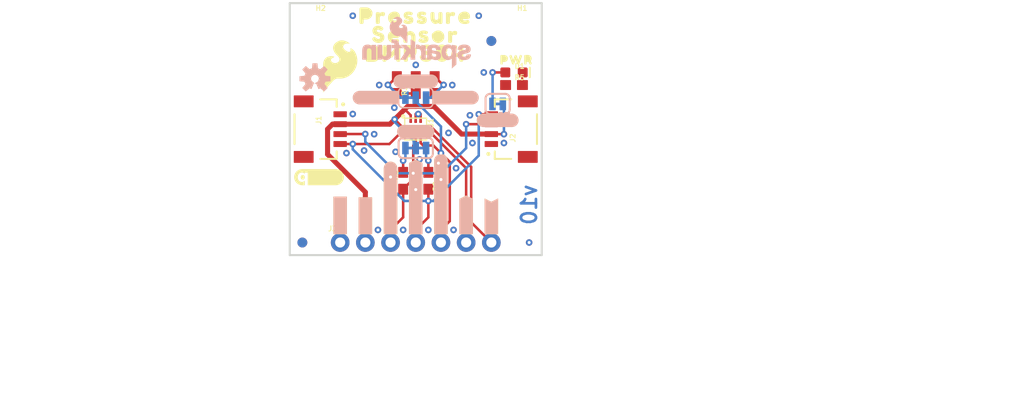
<source format=kicad_pcb>
(kicad_pcb (version 20211014) (generator pcbnew)
  (layers (0 "F.Cu" signal) (31 "B.Cu" signal) (34 "B.Paste" user) (35 "F.Paste" user) (36 "B.SilkS" user "B.Silkscreen") (37 "F.SilkS" user "F.Silkscreen") (38 "B.Mask" user) (39 "F.Mask" user) (44 "Edge.Cuts" user))
  (net 0 "")
  (net 1 "VDD")
  (net 2 "GND")
  (net 3 "SDI/SDA")
  (net 4 "SCK/SCL")
  (net 5 "SDO/ADR")
  (net 6 "INT")
  (net 7 "~{CSB}")
  (net 8 "N$1")
  (net 9 "N$2")
  (net 10 "N$3")
  (net 11 "N$4")
  (net 12 "N$5")
  (net 13 "N$6")
  (footprint "boardEagle:LED-0603" (layer "F.Cu") (at 158.4071 99.2886)
    (fp_text reference "D1" (at 0 -0.635) (layer "F.SilkS") (effects (font (size 0.512064 0.512064) (thickness 0.097536)) (justify left)))
    (fp_text value "RED")
    (pad "A" smd roundrect (at -0.877 0 270) (size 1 1) (layers "F.Cu" "F.Paste" "F.Mask") (roundrect_rratio 0.15) (net 12 "N$5"))
    (pad "C" smd roundrect (at 0.877 0 270) (size 1 1) (layers "F.Cu" "F.Paste" "F.Mask") (roundrect_rratio 0.15) (net 13 "N$6"))
  )
  (footprint "boardEagle:0603" (layer "F.Cu") (at 150.4061 100.5586 90)
    (fp_text reference "R4" (at 0 -0.762 90) (layer "F.SilkS") (effects (font (size 0.512064 0.512064) (thickness 0.097536)) (justify left)))
    (fp_text value "10k")
    (pad "1" smd roundrect (at -0.85 0 90) (size 1.1 1) (layers "F.Cu" "F.Paste" "F.Mask") (roundrect_rratio 0.0508) (net 2 "GND"))
    (pad "2" smd roundrect (at 0.85 0 90) (size 1.1 1) (layers "F.Cu" "F.Paste" "F.Mask") (roundrect_rratio 0.0508) (net 9 "N$2"))
  )
  (footprint "boardEagle:FIDUCIAL-1X2" (layer "F.Cu") (at 156.1211 96.1136)
    (fp_text reference "FD3" hide)
    (fp_text value "FIDUCIAL1X2" hide)
    (pad "1" smd roundrect (at 0 0) (size 1 1) (layers "F.Cu" "F.Mask") (roundrect_rratio 0.5))
  )
  (footprint "boardEagle:FIDUCIAL-1X2" (layer "F.Cu") (at 137.0711 116.4336)
    (fp_text reference "FD1" hide)
    (fp_text value "FIDUCIAL1X2" hide)
    (pad "1" smd roundrect (at 0 0) (size 1 1) (layers "F.Cu" "F.Mask") (roundrect_rratio 0.5))
  )
  (footprint "boardEagle:0603" (layer "F.Cu") (at 149.7711 110.2106 -90)
    (fp_text reference "R2" (at 0 -0.762 90) (layer "F.SilkS") (effects (font (size 0.512064 0.512064) (thickness 0.097536)) (justify right)))
    (fp_text value "2.2k")
    (pad "1" smd roundrect (at -0.85 0 270) (size 1.1 1) (layers "F.Cu" "F.Paste" "F.Mask") (roundrect_rratio 0.0508) (net 10 "N$3"))
    (pad "2" smd roundrect (at 0.85 0 270) (size 1.1 1) (layers "F.Cu" "F.Paste" "F.Mask") (roundrect_rratio 0.0508) (net 4 "SCK/SCL"))
  )
  (footprint "boardEagle:PWR0" (layer "F.Cu") (at 158.6611 98.0186)
    (fp_text reference "U$15" hide)
    (fp_text value "" hide)
  )
  (footprint "boardEagle:0603" (layer "F.Cu") (at 148.5011 100.5586 90)
    (fp_text reference "C1" (at 0 -0.762 90) (layer "F.SilkS") (effects (font (size 0.512064 0.512064) (thickness 0.097536)) (justify left)))
    (fp_text value "0.1uF")
    (pad "1" smd roundrect (at -0.85 0 90) (size 1.1 1) (layers "F.Cu" "F.Paste" "F.Mask") (roundrect_rratio 0.0508) (net 1 "VDD"))
    (pad "2" smd roundrect (at 0.85 0 90) (size 1.1 1) (layers "F.Cu" "F.Paste" "F.Mask") (roundrect_rratio 0.0508) (net 2 "GND"))
  )
  (footprint "boardEagle:PRESSURE0" (layer "F.Cu") (at 148.5011 93.5736)
    (fp_text reference "U$21" hide)
    (fp_text value "" hide)
  )
  (footprint "boardEagle:JST04_1MM_RA" (layer "F.Cu") (at 140.8811 105.0036 -90)
    (fp_text reference "J1" (at -1.397 2.159 90) (layer "F.SilkS") (effects (font (size 0.512064 0.512064) (thickness 0.097536)) (justify right)))
    (fp_text value "QWIIC_RIGHT_ANGLE")
    (pad "1" smd roundrect (at -1.5 0 270) (size 0.6 1.35) (layers "F.Cu" "F.Paste" "F.Mask") (roundrect_rratio 0.08466666667) (net 2 "GND"))
    (pad "2" smd roundrect (at -0.5 0 270) (size 0.6 1.35) (layers "F.Cu" "F.Paste" "F.Mask") (roundrect_rratio 0.08466666667) (net 1 "VDD"))
    (pad "3" smd roundrect (at 0.5 0 270) (size 0.6 1.35) (layers "F.Cu" "F.Paste" "F.Mask") (roundrect_rratio 0.08466666667) (net 3 "SDI/SDA"))
    (pad "4" smd roundrect (at 1.5 0 270) (size 0.6 1.35) (layers "F.Cu" "F.Paste" "F.Mask") (roundrect_rratio 0.08466666667) (net 4 "SCK/SCL"))
    (pad "NC1" smd roundrect (at 2.8 3.675 270) (size 1.2 2) (layers "F.Cu" "F.Paste" "F.Mask") (roundrect_rratio 0.04233333333))
    (pad "NC2" smd roundrect (at -2.8 3.675 270) (size 1.2 2) (layers "F.Cu" "F.Paste" "F.Mask") (roundrect_rratio 0.04233333333))
  )
  (footprint "boardEagle:JST04_1MM_RA" (layer "F.Cu") (at 156.1211 105.0036 90)
    (fp_text reference "J2" (at -1.397 2.159 90) (layer "F.SilkS") (effects (font (size 0.512064 0.512064) (thickness 0.097536)) (justify left)))
    (fp_text value "QWIIC_RIGHT_ANGLE")
    (pad "1" smd roundrect (at -1.5 0 90) (size 0.6 1.35) (layers "F.Cu" "F.Paste" "F.Mask") (roundrect_rratio 0.08466666667) (net 2 "GND"))
    (pad "2" smd roundrect (at -0.5 0 90) (size 0.6 1.35) (layers "F.Cu" "F.Paste" "F.Mask") (roundrect_rratio 0.08466666667) (net 1 "VDD"))
    (pad "3" smd roundrect (at 0.5 0 90) (size 0.6 1.35) (layers "F.Cu" "F.Paste" "F.Mask") (roundrect_rratio 0.08466666667) (net 3 "SDI/SDA"))
    (pad "4" smd roundrect (at 1.5 0 90) (size 0.6 1.35) (layers "F.Cu" "F.Paste" "F.Mask") (roundrect_rratio 0.08466666667) (net 4 "SCK/SCL"))
    (pad "NC1" smd roundrect (at 2.8 3.675 90) (size 1.2 2) (layers "F.Cu" "F.Paste" "F.Mask") (roundrect_rratio 0.04233333333))
    (pad "NC2" smd roundrect (at -2.8 3.675 90) (size 1.2 2) (layers "F.Cu" "F.Paste" "F.Mask") (roundrect_rratio 0.04233333333))
  )
  (footprint "boardEagle:STAND-OFF" (layer "F.Cu") (at 158.6611 94.8436)
    (fp_text reference "H1" (at 0 -2.032) (layer "F.SilkS") (effects (font (size 0.512064 0.512064) (thickness 0.097536)) (justify left)))
    (fp_text value "STAND-OFF")
    (pad "" np_thru_hole circle (at 0 0) (size 3.302 3.302) (drill 3.302) (layers *.Cu *.Mask))
  )
  (footprint "boardEagle:#SCK#SCL#0" (layer "F.Cu") (at 148.5011 115.9256 90)
    (fp_text reference "U$7" hide)
    (fp_text value "" hide)
  )
  (footprint "boardEagle:0603" (layer "F.Cu") (at 158.4071 100.5586)
    (fp_text reference "R5" (at 0 -0.762) (layer "F.SilkS") (effects (font (size 0.512064 0.512064) (thickness 0.097536)) (justify left)))
    (fp_text value "1k")
    (pad "1" smd roundrect (at -0.85 0) (size 1.1 1) (layers "F.Cu" "F.Paste" "F.Mask") (roundrect_rratio 0.0508) (net 2 "GND"))
    (pad "2" smd roundrect (at 0.85 0) (size 1.1 1) (layers "F.Cu" "F.Paste" "F.Mask") (roundrect_rratio 0.0508) (net 13 "N$6"))
  )
  (footprint "boardEagle:#SDI#SDA#0" (layer "F.Cu") (at 145.9611 115.9256 90)
    (fp_text reference "U$5" hide)
    (fp_text value "" hide)
  )
  (footprint "boardEagle:0603" (layer "F.Cu") (at 146.5961 100.5586 -90)
    (fp_text reference "R3" (at 0 -0.762 90) (layer "F.SilkS") (effects (font (size 0.512064 0.512064) (thickness 0.097536)) (justify right)))
    (fp_text value "10k")
    (pad "1" smd roundrect (at -0.85 0 270) (size 1.1 1) (layers "F.Cu" "F.Paste" "F.Mask") (roundrect_rratio 0.0508) (net 8 "N$1"))
    (pad "2" smd roundrect (at 0.85 0 270) (size 1.1 1) (layers "F.Cu" "F.Paste" "F.Mask") (roundrect_rratio 0.0508) (net 1 "VDD"))
  )
  (footprint "boardEagle:STAND-OFF" (layer "F.Cu") (at 138.3411 94.8436)
    (fp_text reference "H2" (at 0 -2.032) (layer "F.SilkS") (effects (font (size 0.512064 0.512064) (thickness 0.097536)) (justify left)))
    (fp_text value "STAND-OFF")
    (pad "" np_thru_hole circle (at 0 0) (size 3.302 3.302) (drill 3.302) (layers *.Cu *.Mask))
  )
  (footprint "boardEagle:#3V3#0" (layer "F.Cu") (at 143.4211 115.9256 90)
    (fp_text reference "U$20" hide)
    (fp_text value "" hide)
  )
  (footprint "boardEagle:0603" (layer "F.Cu") (at 147.2311 110.2106 90)
    (fp_text reference "R1" (at 0 -0.762 90) (layer "F.SilkS") (effects (font (size 0.512064 0.512064) (thickness 0.097536)) (justify left)))
    (fp_text value "2.2k")
    (pad "1" smd roundrect (at -0.85 0 90) (size 1.1 1) (layers "F.Cu" "F.Paste" "F.Mask") (roundrect_rratio 0.0508) (net 3 "SDI/SDA"))
    (pad "2" smd roundrect (at 0.85 0 90) (size 1.1 1) (layers "F.Cu" "F.Paste" "F.Mask") (roundrect_rratio 0.0508) (net 11 "N$4"))
  )
  (footprint "boardEagle:BMP3840" (layer "F.Cu") (at 148.5011 97.3836)
    (fp_text reference "U$27" hide)
    (fp_text value "" hide)
  )
  (footprint "boardEagle:#INT#0" (layer "F.Cu") (at 156.1211 115.9256 90)
    (fp_text reference "U$13" hide)
    (fp_text value "" hide)
  )
  (footprint "boardEagle:QWIIC_5MM" (layer "F.Cu") (at 138.7221 109.8296)
    (fp_text reference "LOGO3" hide)
    (fp_text value "QWIIC_LOGO_5MM" hide)
  )
  (footprint "boardEagle:CREATIVE_COMMONS" (layer "F.Cu") (at 126.9111 131.6736)
    (fp_text reference "FRAME1" hide)
    (fp_text value "FRAME-LETTER" hide)
  )
  (footprint "boardEagle:#GND#0" (layer "F.Cu") (at 140.8811 115.9256 90)
    (fp_text reference "U$1" hide)
    (fp_text value "" hide)
  )
  (footprint "boardEagle:##CSB##0" (layer "F.Cu") (at 153.5811 115.9256 90)
    (fp_text reference "U$25" hide)
    (fp_text value "" hide)
  )
  (footprint "boardEagle:SENSOR0" (layer "F.Cu") (at 148.5011 95.4786)
    (fp_text reference "U$26" hide)
    (fp_text value "" hide)
  )
  (footprint "boardEagle:LGA-10" (layer "F.Cu") (at 148.4921 104.9991 90)
    (fp_text reference "U1" (at 0 1.524 90) (layer "F.SilkS") (effects (font (size 0.512064 0.512064) (thickness 0.097536)) (justify left)))
    (fp_text value "BMP384")
    (pad "1" smd roundrect (at 0.25 -0.7575 180) (size 0.27 0.285) (layers "F.Cu" "F.Paste" "F.Mask") (roundrect_rratio 0.1881481481) (net 1 "VDD"))
    (pad "2" smd roundrect (at -0.25 -0.7575 180) (size 0.27 0.285) (layers "F.Cu" "F.Paste" "F.Mask") (roundrect_rratio 0.1881481481) (net 4 "SCK/SCL"))
    (pad "3" smd roundrect (at -0.7575 -0.5 90) (size 0.285 0.27) (layers "F.Cu" "F.Paste" "F.Mask") (roundrect_rratio 0.1881481481) (net 2 "GND"))
    (pad "4" smd roundrect (at -0.7575 0 90) (size 0.285 0.27) (layers "F.Cu" "F.Paste" "F.Mask") (roundrect_rratio 0.1881481481) (net 3 "SDI/SDA"))
    (pad "5" smd roundrect (at -0.7575 0.5 90) (size 0.285 0.27) (layers "F.Cu" "F.Paste" "F.Mask") (roundrect_rratio 0.1881481481) (net 5 "SDO/ADR"))
    (pad "6" smd roundrect (at -0.25 0.7575 180) (size 0.27 0.285) (layers "F.Cu" "F.Paste" "F.Mask") (roundrect_rratio 0.1881481481) (net 7 "~{CSB}"))
    (pad "7" smd roundrect (at 0.25 0.7575 180) (size 0.27 0.285) (layers "F.Cu" "F.Paste" "F.Mask") (roundrect_rratio 0.1881481481) (net 6 "INT"))
    (pad "8" smd roundrect (at 0.7575 0.5 90) (size 0.285 0.27) (layers "F.Cu" "F.Paste" "F.Mask") (roundrect_rratio 0.1881481481) (net 2 "GND"))
    (pad "9" smd roundrect (at 0.7575 0 90) (size 0.285 0.27) (layers "F.Cu" "F.Paste" "F.Mask") (roundrect_rratio 0.1881481481) (net 2 "GND"))
    (pad "10" smd roundrect (at 0.7575 -0.5 90) (size 0.285 0.27) (layers "F.Cu" "F.Paste" "F.Mask") (roundrect_rratio 0.1881481481) (net 1 "VDD"))
  )
  (footprint "boardEagle:1X07_NO_SILK" (layer "F.Cu") (at 140.8811 116.4336)
    (fp_text reference "J3" (at -1.27 -1.397) (layer "F.SilkS") (effects (font (size 0.512064 0.512064) (thickness 0.097536)) (justify left)))
    (fp_text value "")
    (pad "1" thru_hole circle (at 0 0 90) (size 1.8796 1.8796) (drill 1.016) (layers *.Cu *.Mask) (net 2 "GND"))
    (pad "2" thru_hole circle (at 2.54 0 90) (size 1.8796 1.8796) (drill 1.016) (layers *.Cu *.Mask) (net 1 "VDD"))
    (pad "3" thru_hole circle (at 5.08 0 90) (size 1.8796 1.8796) (drill 1.016) (layers *.Cu *.Mask) (net 3 "SDI/SDA"))
    (pad "4" thru_hole circle (at 7.62 0 90) (size 1.8796 1.8796) (drill 1.016) (layers *.Cu *.Mask) (net 4 "SCK/SCL"))
    (pad "5" thru_hole circle (at 10.16 0 90) (size 1.8796 1.8796) (drill 1.016) (layers *.Cu *.Mask) (net 5 "SDO/ADR"))
    (pad "6" thru_hole circle (at 12.7 0 90) (size 1.8796 1.8796) (drill 1.016) (layers *.Cu *.Mask) (net 7 "~{CSB}"))
    (pad "7" thru_hole circle (at 15.24 0 90) (size 1.8796 1.8796) (drill 1.016) (layers *.Cu *.Mask) (net 6 "INT"))
  )
  (footprint "boardEagle:#SDO#ADR#0" (layer "F.Cu") (at 151.0411 115.9256 90)
    (fp_text reference "U$9" hide)
    (fp_text value "" hide)
  )
  (footprint "boardEagle:SFE_LOGO_FLAME_.2" (layer "F.Cu") (at 140.8811 98.6536)
    (fp_text reference "LOGO2" hide)
    (fp_text value "SFE_LOGO_FLAME.2_INCH" hide)
  )
  (footprint "boardEagle:#ADR#0" (layer "B.Cu") (at 148.5011 100.1776 180)
    (fp_text reference "U$17" hide)
    (fp_text value "" hide)
  )
  (footprint "boardEagle:SFE_LOGO_NAME_FLAME_.1" (layer "B.Cu") (at 148.5011 97.3836 180)
    (fp_text reference "LOGO4" hide)
    (fp_text value "SFE_LOGO_NAME_FLAME.1_INCH" hide)
  )
  (footprint "boardEagle:#SDO#ADR#0" (layer "B.Cu") (at 151.0411 115.9256 90)
    (fp_text reference "U$10" hide)
    (fp_text value "" hide)
  )
  (footprint "boardEagle:#GND#0" (layer "B.Cu") (at 140.8811 115.9256 90)
    (fp_text reference "U$2" hide)
    (fp_text value "" hide)
  )
  (footprint "boardEagle:#3V3#0" (layer "B.Cu") (at 143.4211 115.9256 90)
    (fp_text reference "U$3" hide)
    (fp_text value "" hide)
  )
  (footprint "boardEagle:FIDUCIAL-1X2" (layer "B.Cu") (at 137.0711 116.4336 180)
    (fp_text reference "FD2" hide)
    (fp_text value "FIDUCIAL1X2" hide)
    (pad "1" smd roundrect (at 0 0 180) (size 1 1) (layers "B.Cu" "B.Mask") (roundrect_rratio 0.5))
  )
  (footprint "boardEagle:SMT-JUMPER_3_2-NC_TRACE_SILK" (layer "B.Cu") (at 148.5011 106.9086 180)
    (fp_text reference "JP2" (at 0 1.143) (layer "B.SilkS") (effects (font (size 0.512064 0.512064) (thickness 0.097536)) (justify left mirror)))
    (fp_text value "I2C")
    (fp_poly (pts (xy -0.50165 -0.13335) (xy -1.23825 -0.13335) (xy -1.23825 0.13335) (xy -0.50165 0.13335)) (layer "B.Cu") (width 0) (fill solid))
    (fp_poly (pts (xy 1.23825 -0.13335) (xy 0.50165 -0.13335) (xy 0.50165 0.13335) (xy 1.23825 0.13335)) (layer "B.Cu") (width 0) (fill solid))
    (fp_poly (pts (xy 0.53975 -0.13335) (xy -0.53975 -0.13335) (xy -0.53975 0.13335) (xy 0.53975 0.13335)) (layer "B.Cu") (width 0) (fill solid))
    (pad "1" smd roundrect (at -1.0414 0 180) (size 0.6604 1.27) (layers "B.Cu" "B.Mask") (roundrect_rratio 0.07692307692) (net 10 "N$3"))
    (pad "2" smd roundrect (at 0 0 180) (size 0.6604 1.27) (layers "B.Cu" "B.Mask") (roundrect_rratio 0.07692307692) (net 1 "VDD"))
    (pad "3" smd roundrect (at 1.0414 0 180) (size 0.6604 1.27) (layers "B.Cu" "B.Mask") (roundrect_rratio 0.07692307692) (net 11 "N$4"))
  )
  (footprint "boardEagle:#I2C#0" (layer "B.Cu") (at 148.5011 105.2576 180)
    (fp_text reference "U$4" hide)
    (fp_text value "" hide)
  )
  (footprint "boardEagle:#LED#0" (layer "B.Cu") (at 156.7561 104.1146 180)
    (fp_text reference "U$19" hide)
    (fp_text value "" hide)
  )
  (footprint "boardEagle:#SCK#SCL#0" (layer "B.Cu") (at 148.5011 115.9256 90)
    (fp_text reference "U$8" hide)
    (fp_text value "" hide)
  )
  (footprint "boardEagle:#0X76#0" (layer "B.Cu") (at 154.8511 101.8286 180)
    (fp_text reference "U$11" hide)
    (fp_text value "" hide)
  )
  (footprint "boardEagle:SMT-JUMPER_3_1-NC_TRACE_SILK" (layer "B.Cu") (at 148.5011 101.8286 180)
    (fp_text reference "JP1" (at 0 1.143) (layer "B.SilkS") (effects (font (size 0.512064 0.512064) (thickness 0.097536)) (justify left mirror)))
    (fp_text value "ADR")
    (fp_poly (pts (xy 1.23825 -0.13335) (xy 0.50165 -0.13335) (xy 0.50165 0.13335) (xy 1.23825 0.13335)) (layer "B.Cu") (width 0) (fill solid))
    (fp_poly (pts (xy 0.53975 -0.13335) (xy -0.19685 -0.13335) (xy -0.19685 0.13335) (xy 0.53975 0.13335)) (layer "B.Cu") (width 0) (fill solid))
    (pad "1" smd roundrect (at -1.0414 0 180) (size 0.6604 1.27) (layers "B.Cu" "B.Mask") (roundrect_rratio 0.07692307692) (net 9 "N$2"))
    (pad "2" smd roundrect (at 0 0 180) (size 0.6604 1.27) (layers "B.Cu" "B.Mask") (roundrect_rratio 0.07692307692) (net 5 "SDO/ADR"))
    (pad "3" smd roundrect (at 1.0414 0 180) (size 0.6604 1.27) (layers "B.Cu" "B.Mask") (roundrect_rratio 0.07692307692) (net 8 "N$1"))
  )
  (footprint "boardEagle:##CSB##0" (layer "B.Cu") (at 153.5811 115.9256 90)
    (fp_text reference "U$28" hide)
    (fp_text value "" hide)
  )
  (footprint "boardEagle:#0X77#0" (layer "B.Cu") (at 142.1511 101.8286 180)
    (fp_text reference "U$12" hide)
    (fp_text value "" hide)
  )
  (footprint "boardEagle:OSHW-LOGO-S" (layer "B.Cu") (at 138.3411 99.9236 180)
    (fp_text reference "LOGO1" hide)
    (fp_text value "OSHW-LOGOS" hide)
  )
  (footprint "boardEagle:FIDUCIAL-1X2" (layer "B.Cu") (at 156.1211 96.1136 180)
    (fp_text reference "FD4" hide)
    (fp_text value "FIDUCIAL1X2" hide)
    (pad "1" smd roundrect (at 0 0 180) (size 1 1) (layers "B.Cu" "B.Mask") (roundrect_rratio 0.5))
  )
  (footprint "boardEagle:#INT#0" (layer "B.Cu") (at 156.1211 115.9256 90)
    (fp_text reference "U$14" hide)
    (fp_text value "" hide)
  )
  (footprint "boardEagle:SMT-JUMPER_2_NC_TRACE_SILK" (layer "B.Cu") (at 156.7561 102.4636)
    (fp_text reference "JP3" (at 0 1.143) (layer "B.SilkS") (effects (font (size 0.512064 0.512064) (thickness 0.097536)) (justify right mirror)))
    (fp_text value "LED")
    (fp_poly (pts (xy 0.70485 -0.13335) (xy -0.03175 -0.13335) (xy -0.03175 0.13335) (xy 0.70485 0.13335)) (layer "B.Cu") (width 0) (fill solid))
    (fp_poly (pts (xy 0.03175 -0.13335) (xy -0.70485 -0.13335) (xy -0.70485 0.13335) (xy 0.03175 0.13335)) (layer "B.Cu") (width 0) (fill solid))
    (pad "1" smd roundrect (at -0.5207 0) (size 0.6604 1.27) (layers "B.Cu" "B.Mask") (roundrect_rratio 0.07692307692) (net 12 "N$5"))
    (pad "2" smd roundrect (at 0.5207 0) (size 0.6604 1.27) (layers "B.Cu" "B.Mask") (roundrect_rratio 0.07692307692) (net 1 "VDD"))
  )
  (footprint "boardEagle:#SDI#SDA#0" (layer "B.Cu") (at 145.9611 115.9256 90)
    (fp_text reference "U$6" hide)
    (fp_text value "" hide)
  )
  (gr_line (start 161.2011 92.3036) (end 135.8011 92.3036) (layer "Edge.Cuts") (width 0.2032))
  (gr_line (start 135.8011 117.7036) (end 161.2011 117.7036) (layer "Edge.Cuts") (width 0.2032))
  (gr_line (start 135.8011 92.3036) (end 135.8011 117.7036) (layer "Edge.Cuts") (width 0.2032))
  (gr_line (start 161.2011 117.7036) (end 161.2011 92.3036) (layer "Edge.Cuts") (width 0.2032))
  (gr_text "v10" (at 159.9311 112.6236 -270) (layer "B.Cu") (effects (font (size 1.5113 1.5113) (thickness 0.2667)) (justify mirror)))
  (segment (start 147.9921 104.2416) (end 147.9921 103.6056) (width 0.254) (layer "F.Cu") (net 1))
  (segment (start 157.3911 105.5116) (end 156.1291 105.5116) (width 0.254) (layer "F.Cu") (net 1))
  (segment (start 148.5011 101.4086) (end 146.5961 101.4086) (width 0.254) (layer "F.Cu") (net 1))
  (segment (start 148.5011 101.4086) (end 148.5011 102.7176) (width 0.254) (layer "F.Cu") (net 1))
  (segment (start 143.4211 116.4336) (end 143.4211 111.3536) (width 0.508) (layer "F.Cu") (net 1))
  (segment (start 156.1291 105.5116) (end 156.1211 105.5036) (width 0.254) (layer "F.Cu") (net 1))
  (segment (start 139.6111 107.5436) (end 139.6111 105.0036) (width 0.508) (layer "F.Cu") (net 1))
  (segment (start 147.1036 104.7491) (end 146.374784 104.020285) (width 0.254) (layer "F.Cu") (net 1))
  (segment (start 147.677468 102.7176) (end 148.5011 102.7176) (width 0.508) (layer "F.Cu") (net 1))
  (segment (start 140.8811 104.5036) (end 145.891468 104.5036) (width 0.508) (layer "F.Cu") (net 1))
  (segment (start 147.390784 103.004285) (end 147.677468 102.7176) (width 0.508) (layer "F.Cu") (net 1))
  (segment (start 147.7346 104.7491) (end 147.1036 104.7491) (width 0.254) (layer "F.Cu") (net 1))
  (segment (start 153.126734 105.5036) (end 156.1211 105.5036) (width 0.508) (layer "F.Cu") (net 1))
  (segment (start 139.6111 105.0036) (end 140.1111 104.5036) (width 0.508) (layer "F.Cu") (net 1))
  (segment (start 148.5011 102.7176) (end 150.340731 102.7176) (width 0.508) (layer "F.Cu") (net 1))
  (segment (start 146.374784 104.020285) (end 147.390784 103.004285) (width 0.508) (layer "F.Cu") (net 1))
  (segment (start 153.126734 105.5036) (end 150.340731 102.7176) (width 0.508) (layer "F.Cu") (net 1))
  (segment (start 147.9921 103.6056) (end 147.390784 103.004285) (width 0.254) (layer "F.Cu") (net 1))
  (segment (start 140.1111 104.5036) (end 140.8811 104.5036) (width 0.508) (layer "F.Cu") (net 1))
  (segment (start 143.4211 111.3536) (end 139.6111 107.5436) (width 0.508) (layer "F.Cu") (net 1))
  (segment (start 145.891468 104.5036) (end 146.374784 104.020285) (width 0.508) (layer "F.Cu") (net 1))
  (via (at 157.3911 105.5116) (size 0.6604) (drill 0.3048) (layers "F.Cu" "B.Cu") (net 1))
  (via (at 146.374784 104.020285) (size 0.6604) (drill 0.3048) (layers "F.Cu" "B.Cu") (net 1))
  (segment (start 148.5011 106.9086) (end 148.5011 106.4006) (width 0.254) (layer "B.Cu") (net 1))
  (segment (start 146.374784 104.274285) (end 146.374784 104.020285) (width 0.254) (layer "B.Cu") (net 1))
  (segment (start 157.3911 102.5779) (end 157.3911 105.5116) (width 0.254) (layer "B.Cu") (net 1))
  (segment (start 148.5011 106.4006) (end 146.374784 104.274285) (width 0.254) (layer "B.Cu") (net 1))
  (segment (start 157.2768 102.4636) (end 157.3911 102.5779) (width 0.254) (layer "B.Cu") (net 1))
  (segment (start 148.7551 103.4796) (end 148.9921 103.4796) (width 0.254) (layer "F.Cu") (net 2))
  (segment (start 148.9921 103.4796) (end 148.9921 104.2416) (width 0.254) (layer "F.Cu") (net 2))
  (segment (start 148.4921 104.2416) (end 148.4921 103.4796) (width 0.254) (layer "F.Cu") (net 2))
  (segment (start 148.4921 103.4796) (end 148.7551 103.4796) (width 0.254) (layer "F.Cu") (net 2))
  (via (at 151.8031 105.3846) (size 0.6604) (drill 0.3048) (layers "F.Cu" "B.Cu") (net 2))
  (via (at 142.1511 93.5736) (size 0.6604) (drill 0.3048) (layers "F.Cu" "B.Cu") (net 2))
  (via (at 152.1841 100.5586) (size 0.6604) (drill 0.3048) (layers "F.Cu" "B.Cu") (net 2))
  (via (at 144.3101 105.5116) (size 0.6604) (drill 0.3048) (layers "F.Cu" "B.Cu") (net 2))
  (via (at 148.8821 108.0516) (size 0.6604) (drill 0.3048) (layers "F.Cu" "B.Cu") (net 2))
  (via (at 148.7551 103.4796) (size 0.6604) (drill 0.3048) (layers "F.Cu" "B.Cu") (net 2))
  (via (at 151.0411 110.0836) (size 0.6604) (drill 0.3048) (layers "F.Cu" "B.Cu") (net 2))
  (via (at 153.9621 103.6066) (size 0.6604) (drill 0.3048) (layers "F.Cu" "B.Cu") (net 2))
  (via (at 159.9311 116.4336) (size 0.6604) (drill 0.3048) (layers "F.Cu" "B.Cu") (net 2))
  (via (at 157.3911 106.4006) (size 0.6604) (drill 0.3048) (layers "F.Cu" "B.Cu") (net 2))
  (via (at 141.5161 107.4166) (size 0.6604) (drill 0.3048) (layers "F.Cu" "B.Cu") (net 2))
  (via (at 146.4691 107.2896) (size 0.6604) (drill 0.3048) (layers "F.Cu" "B.Cu") (net 2))
  (via (at 142.1511 103.4796) (size 0.6604) (drill 0.3048) (layers "F.Cu" "B.Cu") (net 2))
  (via (at 152.3111 115.1636) (size 0.6604) (drill 0.3048) (layers "F.Cu" "B.Cu") (net 2))
  (via (at 150.7871 108.4326) (size 0.6604) (drill 0.3048) (layers "F.Cu" "B.Cu") (net 2))
  (via (at 147.2311 115.1636) (size 0.6604) (drill 0.3048) (layers "F.Cu" "B.Cu") (net 2))
  (via (at 143.2941 107.1626) (size 0.6604) (drill 0.3048) (layers "F.Cu" "B.Cu") (net 2))
  (via (at 149.7711 115.1636) (size 0.6604) (drill 0.3048) (layers "F.Cu" "B.Cu") (net 2))
  (via (at 152.5651 108.9406) (size 0.6604) (drill 0.3048) (layers "F.Cu" "B.Cu") (net 2))
  (via (at 154.2161 106.4006) (size 0.6604) (drill 0.3048) (layers "F.Cu" "B.Cu") (net 2))
  (via (at 155.3591 99.2886) (size 0.6604) (drill 0.3048) (layers "F.Cu" "B.Cu") (net 2))
  (via (at 144.6911 115.1636) (size 0.6604) (drill 0.3048) (layers "F.Cu" "B.Cu") (net 2))
  (via (at 148.5011 98.5266) (size 0.6604) (drill 0.3048) (layers "F.Cu" "B.Cu") (net 2))
  (via (at 144.8181 100.5586) (size 0.6604) (drill 0.3048) (layers "F.Cu" "B.Cu") (net 2))
  (via (at 154.8511 93.5736) (size 0.6604) (drill 0.3048) (layers "F.Cu" "B.Cu") (net 2))
  (via (at 146.3421 102.8446) (size 0.6604) (drill 0.3048) (layers "F.Cu" "B.Cu") (net 2))
  (via (at 145.9611 109.8296) (size 0.6604) (drill 0.3048) (layers "F.Cu" "B.Cu") (net 2))
  (via (at 148.5011 111.0996) (size 0.6604) (drill 0.3048) (layers "F.Cu" "B.Cu") (net 2))
  (segment (start 140.888115 105.496585) (end 140.8811 105.5036) (width 0.254) (layer "F.Cu") (net 3))
  (segment (start 147.2311 113.8936) (end 147.2311 111.0606) (width 0.254) (layer "F.Cu") (net 3))
  (segment (start 156.1211 104.5036) (end 153.5811 104.5036) (width 0.254) (layer "F.Cu") (net 3))
  (segment (start 147.2311 113.8936) (end 145.9611 115.1636) (width 0.254) (layer "F.Cu") (net 3))
  (segment (start 145.9611 116.4336) (end 145.9611 115.1636) (width 0.254) (layer "F.Cu") (net 3))
  (segment (start 147.2311 111.0606) (end 148.2471 110.0446) (width 0.254) (layer "F.Cu") (net 3))
  (segment (start 148.2471 109.4486) (end 148.2471 106.6546) (width 0.254) (layer "F.Cu") (net 3))
  (segment (start 148.4921 106.4096) (end 148.4921 105.7566) (width 0.254) (layer "F.Cu") (net 3))
  (segment (start 143.414084 105.496585) (end 140.888115 105.496585) (width 0.254) (layer "F.Cu") (net 3))
  (segment (start 148.2471 110.0446) (end 148.2471 109.4486) (width 0.254) (layer "F.Cu") (net 3))
  (segment (start 148.4921 106.4096) (end 148.2471 106.6546) (width 0.254) (layer "F.Cu") (net 3))
  (via (at 143.414084 105.496585) (size 0.6604) (drill 0.3048) (layers "F.Cu" "B.Cu") (net 3))
  (via (at 153.5811 104.5036) (size 0.6604) (drill 0.3048) (layers "F.Cu" "B.Cu") (net 3))
  (via (at 148.2471 109.4486) (size 0.6604) (drill 0.3048) (layers "F.Cu" "B.Cu") (net 3))
  (segment (start 148.2471 109.4486) (end 151.050131 109.4486) (width 0.254) (layer "B.Cu") (net 3))
  (segment (start 143.414084 106.275616) (end 143.414084 105.496585) (width 0.254) (layer "B.Cu") (net 3))
  (segment (start 148.2471 109.4486) (end 146.587068 109.4486) (width 0.254) (layer "B.Cu") (net 3))
  (segment (start 153.5811 106.917632) (end 151.050131 109.4486) (width 0.254) (layer "B.Cu") (net 3))
  (segment (start 153.5811 106.917632) (end 153.5811 104.5036) (width 0.254) (layer "B.Cu") (net 3))
  (segment (start 146.587068 109.4486) (end 143.414084 106.275616) (width 0.254) (layer "B.Cu") (net 3))
  (segment (start 142.1511 106.5036) (end 145.8451 106.5036) (width 0.254) (layer "F.Cu") (net 4))
  (segment (start 147.0996 105.2491) (end 147.7346 105.2491) (width 0.254) (layer "F.Cu") (net 4))
  (segment (start 149.7711 112.2426) (end 149.7711 111.0606) (width 0.254) (layer "F.Cu") (net 4))
  (segment (start 140.8811 106.5036) (end 142.1511 106.5036) (width 0.254) (layer "F.Cu") (net 4))
  (segment (start 156.1211 103.5036) (end 154.8511 103.5036) (width 0.254) (layer "F.Cu") (net 4))
  (segment (start 147.0996 105.2491) (end 145.8451 106.5036) (width 0.254) (layer "F.Cu") (net 4))
  (segment (start 149.7711 113.8936) (end 149.7711 112.2426) (width 0.254) (layer "F.Cu") (net 4))
  (segment (start 148.5011 116.4336) (end 148.5011 115.1636) (width 0.254) (layer "F.Cu") (net 4))
  (segment (start 149.7711 113.8936) (end 148.5011 115.1636) (width 0.254) (layer "F.Cu") (net 4))
  (via (at 149.7711 112.2426) (size 0.6604) (drill 0.3048) (layers "F.Cu" "B.Cu") (net 4))
  (via (at 154.8511 103.5036) (size 0.6604) (drill 0.3048) (layers "F.Cu" "B.Cu") (net 4))
  (via (at 142.1511 106.5036) (size 0.6604) (drill 0.3048) (layers "F.Cu" "B.Cu") (net 4))
  (segment (start 150.2791 112.2426) (end 149.7711 112.2426) (width 0.254) (layer "B.Cu") (net 4))
  (segment (start 142.1511 107.0356) (end 142.1511 106.5036) (width 0.254) (layer "B.Cu") (net 4))
  (segment (start 147.3581 112.2426) (end 149.7711 112.2426) (width 0.254) (layer "B.Cu") (net 4))
  (segment (start 154.8511 107.6706) (end 154.8511 103.5036) (width 0.254) (layer "B.Cu") (net 4))
  (segment (start 154.8511 107.6706) (end 150.2791 112.2426) (width 0.254) (layer "B.Cu") (net 4))
  (segment (start 147.3581 112.2426) (end 142.1511 107.0356) (width 0.254) (layer "B.Cu") (net 4))
  (segment (start 151.0411 116.4336) (end 151.0411 115.1636) (width 0.254) (layer "F.Cu") (net 5))
  (segment (start 149.2551 106.6546) (end 148.9921 106.3916) (width 0.254) (layer "F.Cu") (net 5))
  (segment (start 148.9921 106.3916) (end 148.9921 105.7566) (width 0.254) (layer "F.Cu") (net 5))
  (segment (start 151.9301 114.2746) (end 151.0411 115.1636) (width 0.254) (layer "F.Cu") (net 5))
  (segment (start 151.0411 107.4166) (end 150.2791 106.6546) (width 0.254) (layer "F.Cu") (net 5))
  (segment (start 151.9301 108.3056) (end 151.0411 107.4166) (width 0.254) (layer "F.Cu") (net 5))
  (segment (start 151.9301 108.3056) (end 151.9301 114.2746) (width 0.254) (layer "F.Cu") (net 5))
  (segment (start 150.2791 106.6546) (end 149.2551 106.6546) (width 0.254) (layer "F.Cu") (net 5))
  (via (at 151.0411 107.4166) (size 0.6604) (drill 0.3048) (layers "F.Cu" "B.Cu") (net 5))
  (segment (start 148.5011 102.200569) (end 148.5011 101.8286) (width 0.254) (layer "B.Cu") (net 5))
  (segment (start 151.0411 107.4166) (end 151.0411 104.740569) (width 0.254) (layer "B.Cu") (net 5))
  (segment (start 151.0411 104.740569) (end 148.5011 102.200569) (width 0.254) (layer "B.Cu") (net 5))
  (segment (start 150.0246 104.7491) (end 154.0891 108.8136) (width 0.254) (layer "F.Cu") (net 6))
  (segment (start 154.0891 114.4016) (end 156.1211 116.4336) (width 0.254) (layer "F.Cu") (net 6))
  (segment (start 154.0891 108.8136) (end 154.0891 114.4016) (width 0.254) (layer "F.Cu") (net 6))
  (segment (start 149.2496 104.7491) (end 150.0246 104.7491) (width 0.254) (layer "F.Cu") (net 6))
  (segment (start 149.2496 105.2491) (end 149.8896 105.2491) (width 0.254) (layer "F.Cu") (net 7))
  (segment (start 153.5811 108.9406) (end 153.5811 116.4336) (width 0.254) (layer "F.Cu") (net 7))
  (segment (start 149.8896 105.2491) (end 153.5811 108.9406) (width 0.254) (layer "F.Cu") (net 7))
  (segment (start 145.760809 100.543891) (end 145.69239 100.543891) (width 0.254) (layer "F.Cu") (net 8))
  (segment (start 146.5961 99.7086) (end 145.760809 100.543891) (width 0.254) (layer "F.Cu") (net 8))
  (via (at 145.69239 100.543891) (size 0.6604) (drill 0.3048) (layers "F.Cu" "B.Cu") (net 8))
  (segment (start 146.9771 101.8286) (end 147.4597 101.8286) (width 0.254) (layer "B.Cu") (net 8))
  (segment (start 145.69239 100.543891) (end 146.9771 101.8286) (width 0.254) (layer "B.Cu") (net 8))
  (segment (start 151.24139 100.543891) (end 151.309809 100.543891) (width 0.254) (layer "F.Cu") (net 9))
  (segment (start 150.4061 99.7086) (end 151.24139 100.543891) (width 0.254) (layer "F.Cu") (net 9))
  (via (at 151.309809 100.543891) (size 0.6604) (drill 0.3048) (layers "F.Cu" "B.Cu") (net 9))
  (segment (start 150.0251 101.8286) (end 149.5425 101.8286) (width 0.254) (layer "B.Cu") (net 9))
  (segment (start 151.309809 100.543891) (end 150.0251 101.8286) (width 0.254) (layer "B.Cu") (net 9))
  (segment (start 149.7711 109.3606) (end 149.7711 108.1786) (width 0.254) (layer "F.Cu") (net 10))
  (via (at 149.7711 108.1786) (size 0.6604) (drill 0.3048) (layers "F.Cu" "B.Cu") (net 10))
  (segment (start 149.7711 108.1786) (end 149.5425 107.95) (width 0.254) (layer "B.Cu") (net 10))
  (segment (start 149.5425 107.95) (end 149.5425 106.9086) (width 0.254) (layer "B.Cu") (net 10))
  (segment (start 147.2311 109.3606) (end 147.2311 108.1786) (width 0.254) (layer "F.Cu") (net 11))
  (via (at 147.2311 108.1786) (size 0.6604) (drill 0.3048) (layers "F.Cu" "B.Cu") (net 11))
  (segment (start 147.2311 108.1786) (end 147.4597 107.95) (width 0.254) (layer "B.Cu") (net 11))
  (segment (start 147.4597 107.95) (end 147.4597 106.9086) (width 0.254) (layer "B.Cu") (net 11))
  (segment (start 157.5301 99.2886) (end 156.2481 99.2886) (width 0.254) (layer "F.Cu") (net 12))
  (via (at 156.2481 99.2886) (size 0.6604) (drill 0.3048) (layers "F.Cu" "B.Cu") (net 12))
  (segment (start 156.2481 99.2886) (end 156.2481 102.4509) (width 0.254) (layer "B.Cu") (net 12))
  (segment (start 156.2481 102.4509) (end 156.2354 102.4636) (width 0.254) (layer "B.Cu") (net 12))
  (segment (start 159.2571 99.3156) (end 159.2841 99.2886) (width 0.254) (layer "F.Cu") (net 13))
  (segment (start 159.2571 100.5586) (end 159.2571 99.3156) (width 0.254) (layer "F.Cu") (net 13))
)
</source>
